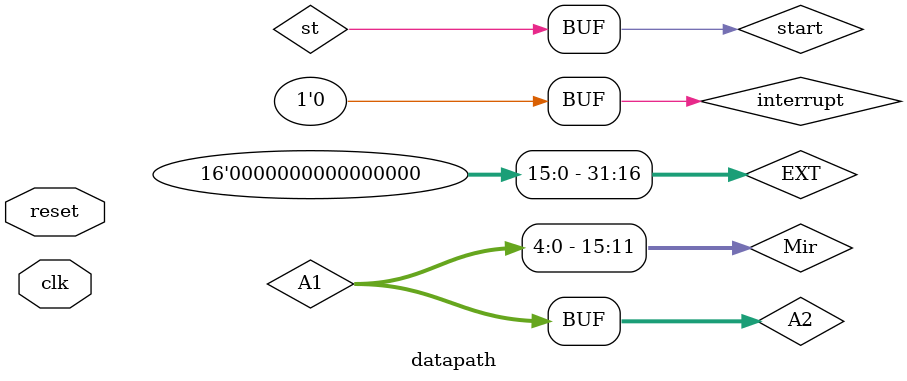
<source format=v>
`timescale 1ns / 1ps
module datapath(
    input clk,
    input reset
    );
	 wire [31:0]jumpdata;
	 wire ForwardA,ForwardB;
	 wire ForwardA2,ForwardB2;
	 wire branch,inttoreg;
	 wire [31:0]Idata,Idata4;
	 wire [31:0] Wir,Wpc4,Wao;
	 wire enable;
	 assign enable = nop?0:1;
	 wire [31:0] Wmemdata;
	 wire inttoj;
	 wire regtoj;
	 wire jtoreg;
	 wire equal;
	 wire nop;
	 wire [31:0]Wgprdata;
	 wire [31:0] Mgprdata;
	 wire jtochangereg;
	 wire branch2;
	 wire branch3;
	 wire jsignal;
	 wire [3:0] jin;
	 wire [2:0] type;
	 wire hazmulti;
	 wire enamul;
	 wire HM;
	 wire ji;
	 wire eret;
	 wire IntReq;
	 wire [31:0]pc;
	 wire interrupt,in1;
	 wire bgezalr;
	 //assign in1=IntReq;
	 assign interrupt = 0;
	 /*reg inter;
	 assign interrupt = inter;
	 always @(posedge in1)
	 begin
	    inter<=1;
	 end
	 */
	 reg [31:0]tim;
	 
	 always @(posedge clk)
	 begin
	    tim<=tim + 1;
	 end
	 
	 initial begin
		tim = 0;
	 end
	 
	 
	 
	 assign enamul = !(busy && HM);
	 
	 assign jumpdata = eret?Epccp0:interrupt?'h00004180:ji?ALUoutput:((((branch3)&&jsignal)||(branch&&equal)||(branch2&&(!equal)))?(Epc4+{{14{Eir[15]}},Eir[15:0],2'b00}-4):(regtoj?(ForwardA?Mgprdata:(ForwardA2?Wgprdata:Ers)):bgezalr?(ForwardB?Mgprdata:(ForwardB2?Wgprdata:Ert)):{4'b0,Dir[25:0],2'b0}));
	 
	 instr ins(.clk(clk),.reset(reset),.j(Idata4),.data(Idata),.pc(pc),
	           .branch(eret||interrupt||(branch&&equal)|inttoj|regtoj|(branch2&&(!equal))|((branch3||bgezalr)&&jsignal)||ji),
	           .jump(jumpdata),.enable(enable&&enamul),.B(branch));
				  
				  
////////////////////////////////////////////////////	 IF_ID
	 wire [31:0]RS,RT,EXT,Dir;
	 wire [31:0]Dpc4;
	 wire regWrite,RegDst;
	 wire memtoreg;
	 wire Wbgezalr;
	 IFID ifid(.IR((((branch3||bgezalr)&&jsignal)||(branch&&equal)||(branch2&&(!equal)))?0:(regtoj?0:(enamul&&enable)?Idata:Dir)),.PC4(((branch3&&jsignal)||(branch&&equal)||(branch2&&(!equal)))?0:(regtoj?0:(enamul&&enable)?Idata4:Dpc4)),.clk(clk), .reset(reset),
	           .pc4(Dpc4),.ir(Dir));
	
    wire [31:0]GPRinput;	
	 
	 assign EXT= {16'b0,Dir[15:0]};
	 
	 controller Dcontroller(.op(Dir[31:26]), .sp(Dir[5:0]),
	                         .jtoreg(jtoreg),.inttoj(inttoj),.hazmulti(HM),.eret(eret));
	 
	 assign GPRinput=(Wjtoreg||Wjtochangereg||Wbgezalr)?(Wpc4):(memtoreg?Wmemdata:(Wao));
	 
	 GPR gpr(.reset(reset),  .clk(clk),   .pos1(Dir[25:21]),   .pos2(Dir[20:16]),
	         .pos3(Wjtoreg?5'b11111:(RegDst==1?Wir[15:11]:Wir[20:16])),  .WriteEnable(regWrite),  
				.WData(GPRinput),  .Data1(RS), .Data2(RT),.pc(pc) );
	 
	 
/////////////////////////////////////////////////////	 ID_EX
	 
	 wire [31:0] Eir,Epc4,Ers,Ert,Eext;
	 wire [3:0]alusrc;
	 wire [5:0]ALUOp;
	 wire [31:0]Ememdata;
	 wire Ejal;
	 wire [31:0]storedata;
	 wire [3:0]MULOp;
	 wire flo,fhi;
	 wire whi,wlo;
	 
	 IDEX idex(.ir(Eir),.pc4(Epc4),.rs(Ers),.ext(Eext),.rt(Ert),
	           .clk(clk),.reset(reset), .PC4(Dpc4), .IR((enamul&&(!interrupt))?(Dir):0),
				  .RS(RS),.RT(RT),.EXT(EXT),.nop(nop));
	 
	 controller Econtroller(.op(Eir[31:26]), .sp(Eir[5:0]) ,  .alusrc(alusrc), .ALUOp(ALUOp),
	                        .Branch(branch), .InttoReg(inttoreg),.jtoreg(Ejal), 
	                        .regtoj(regtoj),.jtochangereg(jtochangereg),.branch2(branch2),
									.branch3(branch3),.jin(jin),.MULOp(MULOp),.fhi(fhi),.flo(flo),
									.whi(whi),.wlo(wlo),.mumu(hazmulti),.IR(Eir),.ji(ji),.bgezalr(bgezalr));
	 
	 wire [31:0]ALUinput1=ji?{{16{Eir[15]}},Eir[15:0]}:(Ejal||jtochangereg)?Epc4:(inttoreg?{Eir[15:0],16'b0}:(ForwardA?Mgprdata:(ForwardA2?Wgprdata:Ers)));
	 wire [31:0]ALUinput2=(Ejal||jtochangereg)?Epc4:(inttoreg?{Eir[15:0],16'b0}:((alusrc==1)?{16'b0,Eir[15:0]}:((alusrc==2)?{{16{Eir[15]}},Eir[15:0]}:(ForwardB?Mgprdata:(ForwardB2?Wgprdata:Ert)))));
	 wire [31:0]ALUoutput;
	 wire [31:0]aaluoutput;
	 
	 assign storedata=(ForwardB?Mgprdata:(ForwardB2?Wgprdata:Ert));
	 
	 alu aa(.ALUOp(ALUOp),.A(ALUinput1),.B(ALUinput2),.ans(aaluoutput),
	         .equal(equal),.C(Eir[10:6]),.jsignal(jsignal),.jin(jin));
	 wire coo,st;
	 assign coo = (MULOp==0)?0:1;
	 reg start;
	 always @(posedge coo)begin
		 start<=1;
	 end
	 always @(negedge clk)begin
		 start<=0;
	 end
	 assign st = start;
	 wire [31:0]HI,LO;
	 
	 
	 wire busy;
	 multi muu(.A(ALUinput1),.B(ALUinput2),.MULOp(MULOp),.clk(clk),.reset(reset),.start(st),
	           .HI(HI),.LO(LO),.busy(busy),.wlo(wlo),.whi(whi));
				  
	assign ALUoutput = flo?LO:(fhi?HI:aaluoutput);
/////////////////////////////////////////////////////	 EXMEM
	 
	 wire [31:0] MEMinput;
	 wire [31:0] Mir;
	 wire [31:0] Mpc4;
	 wire [31:0] Mao;
	 wire [31:0] Mrt;
	 wire [31:0] Mmemdata;
	 wire memwrite,memwrite1,bri;
	 wire Mjtoreg,Mmemtoreg,Mjtochangereg,Mbgezalr;
	 wire [31:0] memoutput,brioutput;
	 wire [2:0]OOp;
	 
	 ///assign MEMinput=Mrt;
	 assign Mgprdata =(Mjtoreg||Mjtochangereg||Mbgezalr)?Mpc4:(Mmemtoreg?Dout:Mao);
	 
	 EXMEM exmem(.clk(clk), .reset(reset), .pc4(Mpc4),.ir(Mir),.ao(Mao),.rt(Mrt),
					 .IR((hazmulti)?0:Eir),.PC4(Epc4),.AO(ALUoutput),.RT(Ert),.SD(storedata),.storedata(MEMinput)
	             );
	 wire [3:0] BE;
	 BEextend Be(.A(Mao[1:0]),.type(type),.BE(BE));
	 
	 
	 
	 
	 wire [31:0]data11,bridgewdata,data22;
	 wire [3:0]BEbridge;
	 wire [1:0]briaddr;
	 wire we1,we2,irq1,irq2;
	 wire [5:0]HWInt;
	 
	 
	 bridge bribribri(
	            .PrAddr(Mao[31:2]),.PrBE(BE),
	            .PrWD(MEMinput),.PrRD(brioutput),
	            .PrWe(memwrite),.HWInt(HWInt),
					.ADDR(briaddr),.wdata(bridgewdata),.BE(BEbridge),.inte1(irq1),.inte2(irq2),
					.we1(we1),.we2(we2),.data1(data11),.data2(data22),.bri(bri)
					);
	 
	 TC tc1(.CLK_I(clk),.RST_I(reset),.ADD_I(briaddr),.WE_I(we1),.BE(BEbridge),.DAT_I(bridgewdata),
	        .IRQ(irq1),.DAT_O(data11),.ddd(dd0));
	 TC tc2(.CLK_I(clk),.RST_I(reset),.ADD_I(briaddr),.WE_I(we2),.BE(BEbridge),.DAT_I(bridgewdata),
	        .IRQ(irq2),.DAT_O(data22),.ddd(dd1));
	 
	 RAM ram(.Addr(Mao),.WriteEnable(memwrite&&(!bri)),.clk(clk),
             .reset(reset), .WData(MEMinput), .Data(memoutput),.BE(BE),.pc(pc) );//need modify
	 
	 wire [4:0]A1,A2;
	 
	 wire [31:0]Epccp0;
	 wire [31:0] Doutcp0;
	 wire mfc0,mtc0;
	 assign A1 =Mir[15:11];
	 assign A2 =Mir[15:11];
	 cp0 ccc(.A1(A1),.A2(A2),.Din(MEMinput),
	         .PC(Mpc4-8),.ExCode(0),.HWInt(HWInt),.We(mtc0),.EXLset(0),.EXLclr(0),
				.clk(clk),.rst(reset),.Dout(Doutcp0),.Epc(Epccp0),.IntReq(IntReq)
				,.SR(SR),.eret(eret));
	 
	 
	 
	 
	 wire [31:0]Dout;
	 
	 dataextend de(.A(Mao[1:0]),.Dout(Dout),.Din(bri?brioutput:memoutput),.Op(OOp));////////////////P7
	 
	 controller Mcontroller(.op(Mir[31:26]),.sp(Mir[5:0]),.memwrite(memwrite),
	                        .jtoreg(Mjtoreg),.memtoreg(Mmemtoreg), .jtochangereg(Mjtochangereg)
									,.type(type),.OOp(OOp),.mfc0(mfc0),.mtc0(mtc0),.IR(Mir),.bgezalr(Mbgezalr));
	 
	 
	 
/////////////////////////////////////////////////////  MEMWB
	 
	 wire Wmemtoreg;
	 wire Wjtochangereg;
	 assign Wmemtoreg = memtoreg;
	 assign Wgprdata =(Wjtoreg||Wjtochangereg||Wbgezalr)?Wpc4:(Wmemtoreg?Wmemdata:Wao);
	 
	 MEMWB memwb(.clk(clk),  .reset(reset),  .AO(Mao),.ao(Wao),
	             .PC4(Mpc4), .pc4(Wpc4),  .IR((interrupt)?0:Mir), .ir(Wir),
					 .MEMdata(mfc0?Doutcp0:Dout),.memdata(Wmemdata));
					 
					 
					 
	 controller Wcontroller(.op(Wir[31:26]),.sp(Wir[5:0]),.regWrite(regWrite), .RegDst(RegDst),
	                        .jtoreg(Wjtoreg),.memtoreg(memtoreg),.jtochangereg(Wjtochangereg),.IR(Wir),.bgezalr(Wbgezalr));

	wire [4:0]hel;

	HazardController HC(.MEMWB_IR(Wir),
							  .EXMEM_IR(Mir),
							  .IDEX_IR(Eir),
							  .IFID_IR(Dir),
							  .ForwardA(ForwardA),
							  .ForwardB(ForwardB),
							  .ForwardA2(ForwardA2),
							  .ForwardB2(ForwardB2),
							  .posrs(hel),
							  .nop(nop));
   wire [31:0]SR,dd1,dd0;
always @(posedge clk)
	begin
	//$display("                              %h %h %h %h|||| %h %h %h %h %h %h %h",Wir, Dir, Eir, Mir,bgezalr,Mbgezalr,Wbgezalr,SR,Idata4-8,hazmulti,dd1);
	end
endmodule

</source>
